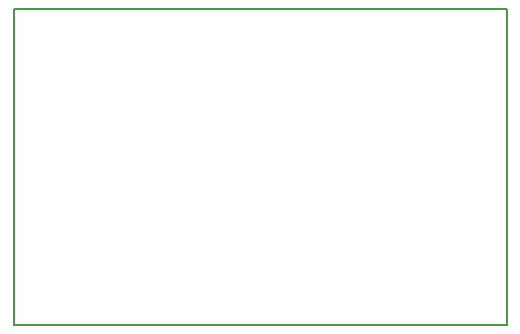
<source format=gbo>
G04 MADE WITH FRITZING*
G04 WWW.FRITZING.ORG*
G04 DOUBLE SIDED*
G04 HOLES PLATED*
G04 CONTOUR ON CENTER OF CONTOUR VECTOR*
%ASAXBY*%
%FSLAX23Y23*%
%MOIN*%
%OFA0B0*%
%SFA1.0B1.0*%
%ADD10R,1.652300X1.062300X1.636300X1.046300*%
%ADD11C,0.008000*%
%LNSILK0*%
G90*
G70*
G54D11*
X4Y1058D02*
X1648Y1058D01*
X1648Y4D01*
X4Y4D01*
X4Y1058D01*
D02*
G04 End of Silk0*
M02*
</source>
